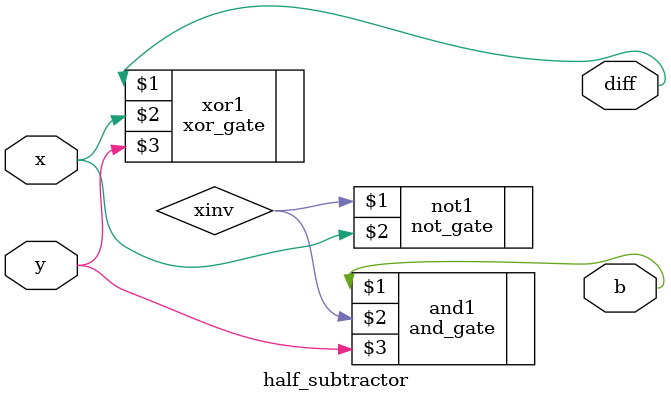
<source format=v>
module half_subtractor(diff,b,x,y);

output diff,b;
input  x,y;

xor_gate xor1(diff,x,y);
not_gate not1(xinv,x);

and_gate and1(b,xinv,y);

endmodule


</source>
